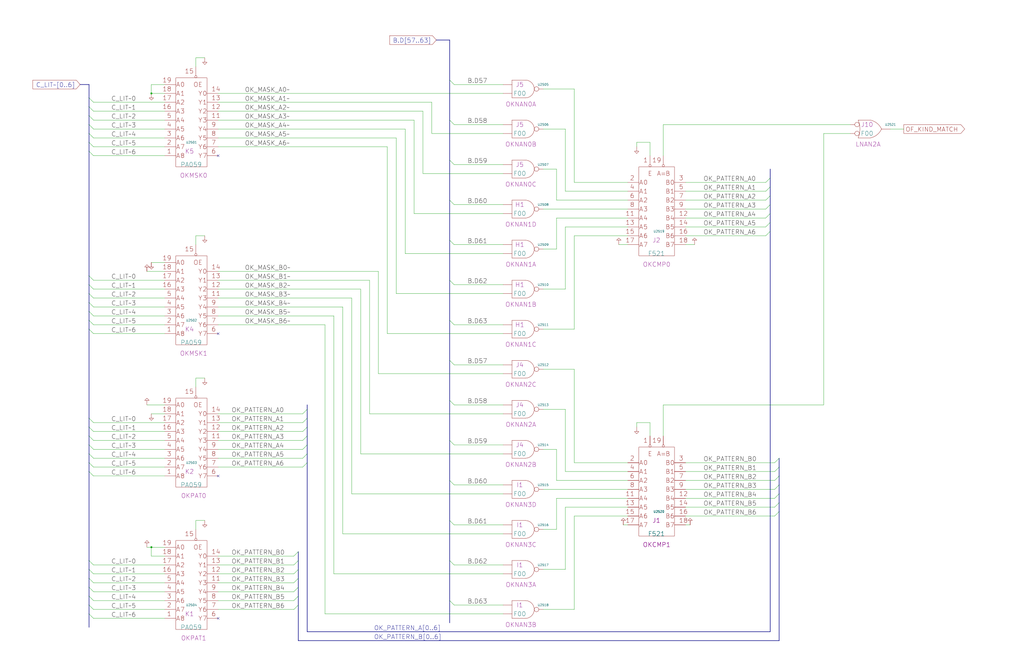
<source format=kicad_sch>
(kicad_sch (version 20211123) (generator eeschema)
  (paper "User" 584.2 378.46)
  (title_block (title "OF KIND CONDITION LOGIC") (date "15-MAR-90") (rev "1.0") (comment 1 "TYPE") (comment 2 "232-003062") (comment 3 "S400") (comment 4 "RELEASED"))
  (lib_symbols
    (symbol "r1000:F00" (pin_numbers hide) (pin_names hide)
      (property "Reference" "U" (at 15.24 0 0))
      (property "Value" "F00" (at 1.905 -5.08 0))
      (property "Location" "___" (at 1.905 0 0))
      (property "Name" "______" (at 2.54 -12.7 0))
      (symbol "F00_0_1"
        (polyline (pts (xy -2.54 -7.62) (xy 5.08 -7.62)) (stroke (width 0.1524)))
        (polyline (pts (xy -2.54 2.54) (xy -2.54 -7.62)) (stroke (width 0.1524)))
        (polyline (pts (xy -2.54 2.54) (xy 5.08 2.54)) (stroke (width 0.1524)))
        (arc (start 5.08 -7.62) (mid 10.1282 -2.54) (end 5.08 2.54) (stroke (width 0.1524)))
        (circle (center 11.43 -2.54) (radius 1.27) (stroke (width 0.1524)))
      )
      (symbol "F00_0_2"
        (circle (center -3.81 -5.08) (radius 1.27) (stroke (width 0.1524)))
        (circle (center -3.81 0) (radius 1.27) (stroke (width 0.1524)))
        (arc (start -3.175 -7.62) (mid -2.134 -2.54) (end -3.175 2.54) (stroke (width 0.1524)))
        (polyline (pts (xy -3.175 -7.62) (xy 3.81 -7.62)) (stroke (width 0.1524)))
        (polyline (pts (xy -3.175 2.54) (xy 3.81 2.54)) (stroke (width 0.1524)))
        (arc (start 3.81 -7.62) (mid 7.5855 -5.8306) (end 10.16 -2.54) (stroke (width 0.1524)))
        (arc (start 10.16 -2.54) (mid 7.5827 0.7471) (end 3.81 2.54) (stroke (width 0.1524)))
      )
      (symbol "F00_1_1"
        (pin input line (at -7.62 0 0) (length 5.08) (name "D0") (number "1"))
        (pin input line (at -7.62 -5.08 0) (length 5.08) (name "D1") (number "2"))
        (pin output line (at 15.24 -2.54 180) (length 2.54) (name "Q") (number "3"))
      )
      (symbol "F00_1_2"
        (pin input line (at -7.62 0 0) (length 2.54) (name "D0") (number "1"))
        (pin input line (at -7.62 -5.08 0) (length 2.54) (name "D1") (number "2"))
        (pin output line (at 15.24 -2.54 180) (length 5.08) (name "Q") (number "3"))
      )
    )
    (symbol "r1000:F521" (pin_numbers hide) (pin_names (offset 1.016) hide)
      (property "Reference" "U" (at 2.54 5.08 0))
      (property "Value" "F521" (at -3.81 -7.62 0))
      (property "Location" "___" (at -1.27 0 0))
      (property "Name" "______" (at 1.27 -15.24 0))
      (symbol "F521_1_1"
        (rectangle (start -8.89 41.91) (end 11.43 -8.89))
        (circle (center -2.54 42.545) (radius 0.635))
        (circle (center 5.08 42.545) (radius 0.635))
        (text "0" (at -5.08 33.02 0) (effects (font (size 2.54 2.54))))
        (text "0" (at 10.16 33.02 0) (effects (font (size 2.54 2.54))))
        (text "1" (at -15.24 0 0) (effects (font (size 2.54 2.54))))
        (text "1" (at -15.24 5.08 0) (effects (font (size 2.54 2.54))))
        (text "1" (at -15.24 10.16 0) (effects (font (size 2.54 2.54))))
        (text "1" (at -15.24 15.24 0) (effects (font (size 2.54 2.54))))
        (text "1" (at -12.7 15.24 0) (effects (font (size 2.54 2.54))))
        (text "1" (at -5.08 27.94 0) (effects (font (size 2.54 2.54))))
        (text "1" (at -5.08 45.72 0) (effects (font (size 2.54 2.54))))
        (text "1" (at 0 45.72 0) (effects (font (size 2.54 2.54))))
        (text "1" (at 10.16 27.94 0) (effects (font (size 2.54 2.54))))
        (text "1" (at 15.24 0 0) (effects (font (size 2.54 2.54))))
        (text "1" (at 15.24 5.08 0) (effects (font (size 2.54 2.54))))
        (text "1" (at 15.24 10.16 0) (effects (font (size 2.54 2.54))))
        (text "1" (at 15.24 15.24 0) (effects (font (size 2.54 2.54))))
        (text "2" (at -12.7 35.56 0) (effects (font (size 2.54 2.54))))
        (text "2" (at -5.08 22.86 0) (effects (font (size 2.54 2.54))))
        (text "2" (at 10.16 22.86 0) (effects (font (size 2.54 2.54))))
        (text "2" (at 17.78 15.24 0) (effects (font (size 2.54 2.54))))
        (text "3" (at -12.7 10.16 0) (effects (font (size 2.54 2.54))))
        (text "3" (at -5.08 17.78 0) (effects (font (size 2.54 2.54))))
        (text "3" (at 10.16 17.78 0) (effects (font (size 2.54 2.54))))
        (text "3" (at 15.24 35.56 0) (effects (font (size 2.54 2.54))))
        (text "4" (at -12.7 30.48 0) (effects (font (size 2.54 2.54))))
        (text "4" (at -5.08 12.7 0) (effects (font (size 2.54 2.54))))
        (text "4" (at 10.16 12.7 0) (effects (font (size 2.54 2.54))))
        (text "4" (at 17.78 10.16 0) (effects (font (size 2.54 2.54))))
        (text "5" (at -12.7 5.08 0) (effects (font (size 2.54 2.54))))
        (text "5" (at -5.08 7.62 0) (effects (font (size 2.54 2.54))))
        (text "5" (at 10.16 7.62 0) (effects (font (size 2.54 2.54))))
        (text "5" (at 15.24 30.48 0) (effects (font (size 2.54 2.54))))
        (text "6" (at -12.7 25.4 0) (effects (font (size 2.54 2.54))))
        (text "6" (at -5.08 2.54 0) (effects (font (size 2.54 2.54))))
        (text "6" (at 10.16 2.54 0) (effects (font (size 2.54 2.54))))
        (text "6" (at 17.78 5.08 0) (effects (font (size 2.54 2.54))))
        (text "7" (at -12.7 0 0) (effects (font (size 2.54 2.54))))
        (text "7" (at -5.08 -2.54 0) (effects (font (size 2.54 2.54))))
        (text "7" (at 10.16 -2.54 0) (effects (font (size 2.54 2.54))))
        (text "7" (at 15.24 25.4 0) (effects (font (size 2.54 2.54))))
        (text "8" (at -12.7 20.32 0) (effects (font (size 2.54 2.54))))
        (text "8" (at 17.78 0 0) (effects (font (size 2.54 2.54))))
        (text "9" (at 2.54 45.72 0) (effects (font (size 2.54 2.54))))
        (text "9" (at 15.24 20.32 0) (effects (font (size 2.54 2.54))))
        (text "=" (at 5.08 38.1 0) (effects (font (size 2.54 2.54))))
        (text "A" (at -7.62 -2.54 0) (effects (font (size 2.54 2.54))))
        (text "A" (at -7.62 2.54 0) (effects (font (size 2.54 2.54))))
        (text "A" (at -7.62 7.62 0) (effects (font (size 2.54 2.54))))
        (text "A" (at -7.62 12.7 0) (effects (font (size 2.54 2.54))))
        (text "A" (at -7.62 17.78 0) (effects (font (size 2.54 2.54))))
        (text "A" (at -7.62 22.86 0) (effects (font (size 2.54 2.54))))
        (text "A" (at -7.62 27.94 0) (effects (font (size 2.54 2.54))))
        (text "A" (at -7.62 33.02 0) (effects (font (size 2.54 2.54))))
        (text "A" (at 2.54 38.1 0) (effects (font (size 2.54 2.54))))
        (text "B" (at 7.62 -2.54 0) (effects (font (size 2.54 2.54))))
        (text "B" (at 7.62 2.54 0) (effects (font (size 2.54 2.54))))
        (text "B" (at 7.62 7.62 0) (effects (font (size 2.54 2.54))))
        (text "B" (at 7.62 12.7 0) (effects (font (size 2.54 2.54))))
        (text "B" (at 7.62 17.78 0) (effects (font (size 2.54 2.54))))
        (text "B" (at 7.62 22.86 0) (effects (font (size 2.54 2.54))))
        (text "B" (at 7.62 27.94 0) (effects (font (size 2.54 2.54))))
        (text "B" (at 7.62 33.02 0) (effects (font (size 2.54 2.54))))
        (text "B" (at 7.62 38.1 0) (effects (font (size 2.54 2.54))))
        (text "E" (at -2.54 38.1 0) (effects (font (size 2.54 2.54))))
        (pin input line (at -2.54 48.26 270) (length 5.08) (name "E_") (number "1"))
        (pin input line (at -15.24 12.7 0) (length 6.35) (name "A4") (number "11"))
        (pin input line (at 17.78 12.7 180) (length 6.35) (name "B4") (number "12"))
        (pin input line (at -15.24 7.62 0) (length 6.35) (name "A5") (number "13"))
        (pin input line (at 17.78 7.62 180) (length 6.35) (name "B5") (number "14"))
        (pin input line (at -15.24 2.54 0) (length 6.35) (name "A6") (number "15"))
        (pin input line (at 17.78 2.54 180) (length 6.35) (name "B6") (number "16"))
        (pin input line (at -15.24 -2.54 0) (length 6.35) (name "A7") (number "17"))
        (pin input line (at 17.78 -2.54 180) (length 6.35) (name "B7") (number "18"))
        (pin output line (at 5.08 48.26 270) (length 5.08) (name "A=B_") (number "19"))
        (pin input line (at -15.24 33.02 0) (length 6.35) (name "A0") (number "2"))
        (pin input line (at 17.78 33.02 180) (length 6.35) (name "B0") (number "3"))
        (pin input line (at -15.24 27.94 0) (length 6.35) (name "A1") (number "4"))
        (pin input line (at 17.78 27.94 180) (length 6.35) (name "B1") (number "5"))
        (pin input line (at -15.24 22.86 0) (length 6.35) (name "A2") (number "6"))
        (pin input line (at 17.78 22.86 180) (length 6.35) (name "B2") (number "7"))
        (pin input line (at -15.24 17.78 0) (length 6.35) (name "A3") (number "8"))
        (pin input line (at 17.78 17.78 180) (length 6.35) (name "B3") (number "9"))
      )
    )
    (symbol "r1000:PAxxx" (pin_numbers hide) (pin_names (offset 1.016) hide)
      (property "Reference" "U" (at 2.54 5.08 0))
      (property "Value" "PAxxx" (at -3.81 -7.62 0))
      (property "Location" "___" (at -1.27 0 0))
      (property "Name" "______" (at 3.81 -15.24 0))
      (symbol "PAxxx_1_1"
        (rectangle (start -6.35 41.91) (end 11.43 -8.89))
        (circle (center 5.08 42.545) (radius 0.635))
        (text "0" (at -2.54 38.1 0) (effects (font (size 2.54 2.54))))
        (text "0" (at 10.16 33.02 0) (effects (font (size 2.54 2.54))))
        (text "1" (at -12.7 25.4 0) (effects (font (size 2.54 2.54))))
        (text "1" (at -12.7 30.48 0) (effects (font (size 2.54 2.54))))
        (text "1" (at -12.7 35.56 0) (effects (font (size 2.54 2.54))))
        (text "1" (at -12.7 40.64 0) (effects (font (size 2.54 2.54))))
        (text "1" (at -10.16 0 0) (effects (font (size 2.54 2.54))))
        (text "1" (at -2.54 33.02 0) (effects (font (size 2.54 2.54))))
        (text "1" (at 0 45.72 0) (effects (font (size 2.54 2.54))))
        (text "1" (at 10.16 27.94 0) (effects (font (size 2.54 2.54))))
        (text "1" (at 15.24 20.32 0) (effects (font (size 2.54 2.54))))
        (text "1" (at 15.24 25.4 0) (effects (font (size 2.54 2.54))))
        (text "1" (at 15.24 30.48 0) (effects (font (size 2.54 2.54))))
        (text "1" (at 15.24 35.56 0) (effects (font (size 2.54 2.54))))
        (text "1" (at 17.78 20.32 0) (effects (font (size 2.54 2.54))))
        (text "2" (at -10.16 5.08 0) (effects (font (size 2.54 2.54))))
        (text "2" (at -2.54 27.94 0) (effects (font (size 2.54 2.54))))
        (text "2" (at 10.16 22.86 0) (effects (font (size 2.54 2.54))))
        (text "2" (at 17.78 25.4 0) (effects (font (size 2.54 2.54))))
        (text "3" (at -10.16 10.16 0) (effects (font (size 2.54 2.54))))
        (text "3" (at -2.54 22.86 0) (effects (font (size 2.54 2.54))))
        (text "3" (at 10.16 17.78 0) (effects (font (size 2.54 2.54))))
        (text "3" (at 17.78 30.48 0) (effects (font (size 2.54 2.54))))
        (text "4" (at -10.16 15.24 0) (effects (font (size 2.54 2.54))))
        (text "4" (at -2.54 17.78 0) (effects (font (size 2.54 2.54))))
        (text "4" (at 10.16 12.7 0) (effects (font (size 2.54 2.54))))
        (text "4" (at 17.78 35.56 0) (effects (font (size 2.54 2.54))))
        (text "5" (at -10.16 20.32 0) (effects (font (size 2.54 2.54))))
        (text "5" (at -2.54 12.7 0) (effects (font (size 2.54 2.54))))
        (text "5" (at 2.54 45.72 0) (effects (font (size 2.54 2.54))))
        (text "5" (at 10.16 7.62 0) (effects (font (size 2.54 2.54))))
        (text "6" (at -10.16 25.4 0) (effects (font (size 2.54 2.54))))
        (text "6" (at -2.54 7.62 0) (effects (font (size 2.54 2.54))))
        (text "6" (at 10.16 2.54 0) (effects (font (size 2.54 2.54))))
        (text "6" (at 15.24 0 0) (effects (font (size 2.54 2.54))))
        (text "7" (at -10.16 30.48 0) (effects (font (size 2.54 2.54))))
        (text "7" (at -2.54 2.54 0) (effects (font (size 2.54 2.54))))
        (text "7" (at 10.16 -2.54 0) (effects (font (size 2.54 2.54))))
        (text "7" (at 15.24 5.08 0) (effects (font (size 2.54 2.54))))
        (text "8" (at -10.16 35.56 0) (effects (font (size 2.54 2.54))))
        (text "8" (at -2.54 -2.54 0) (effects (font (size 2.54 2.54))))
        (text "8" (at 15.24 10.16 0) (effects (font (size 2.54 2.54))))
        (text "9" (at -10.16 40.64 0) (effects (font (size 2.54 2.54))))
        (text "9" (at 15.24 15.24 0) (effects (font (size 2.54 2.54))))
        (text "A" (at -5.08 -2.54 0) (effects (font (size 2.54 2.54))))
        (text "A" (at -5.08 2.54 0) (effects (font (size 2.54 2.54))))
        (text "A" (at -5.08 7.62 0) (effects (font (size 2.54 2.54))))
        (text "A" (at -5.08 12.7 0) (effects (font (size 2.54 2.54))))
        (text "A" (at -5.08 17.78 0) (effects (font (size 2.54 2.54))))
        (text "A" (at -5.08 22.86 0) (effects (font (size 2.54 2.54))))
        (text "A" (at -5.08 27.94 0) (effects (font (size 2.54 2.54))))
        (text "A" (at -5.08 33.02 0) (effects (font (size 2.54 2.54))))
        (text "A" (at -5.08 38.1 0) (effects (font (size 2.54 2.54))))
        (text "E" (at 7.62 38.1 0) (effects (font (size 2.54 2.54))))
        (text "O" (at 5.08 38.1 0) (effects (font (size 2.54 2.54))))
        (text "Y" (at 7.62 -2.54 0) (effects (font (size 2.54 2.54))))
        (text "Y" (at 7.62 2.54 0) (effects (font (size 2.54 2.54))))
        (text "Y" (at 7.62 7.62 0) (effects (font (size 2.54 2.54))))
        (text "Y" (at 7.62 12.7 0) (effects (font (size 2.54 2.54))))
        (text "Y" (at 7.62 17.78 0) (effects (font (size 2.54 2.54))))
        (text "Y" (at 7.62 22.86 0) (effects (font (size 2.54 2.54))))
        (text "Y" (at 7.62 27.94 0) (effects (font (size 2.54 2.54))))
        (text "Y" (at 7.62 33.02 0) (effects (font (size 2.54 2.54))))
        (pin input line (at -12.7 -2.54 0) (length 6.35) (name "A8") (number "1"))
        (pin tri_state line (at 17.78 17.78 180) (length 6.35) (name "Y3") (number "11"))
        (pin tri_state line (at 17.78 22.86 180) (length 6.35) (name "Y2") (number "12"))
        (pin tri_state line (at 17.78 27.94 180) (length 6.35) (name "Y1") (number "13"))
        (pin tri_state line (at 17.78 33.02 180) (length 6.35) (name "Y0") (number "14"))
        (pin input line (at 5.08 48.26 270) (length 5.08) (name "OE_") (number "15"))
        (pin input line (at -12.7 22.86 0) (length 6.35) (name "A3") (number "16"))
        (pin input line (at -12.7 27.94 0) (length 6.35) (name "A2") (number "17"))
        (pin input line (at -12.7 33.02 0) (length 6.35) (name "A1") (number "18"))
        (pin input line (at -12.7 38.1 0) (length 6.35) (name "A0") (number "19"))
        (pin input line (at -12.7 2.54 0) (length 6.35) (name "A7") (number "2"))
        (pin input line (at -12.7 7.62 0) (length 6.35) (name "A6") (number "3"))
        (pin input line (at -12.7 12.7 0) (length 6.35) (name "A5") (number "4"))
        (pin input line (at -12.7 17.78 0) (length 6.35) (name "A4") (number "5"))
        (pin tri_state line (at 17.78 -2.54 180) (length 6.35) (name "Y7") (number "6"))
        (pin tri_state line (at 17.78 2.54 180) (length 6.35) (name "Y6") (number "7"))
        (pin tri_state line (at 17.78 7.62 180) (length 6.35) (name "Y5") (number "8"))
        (pin tri_state line (at 17.78 12.7 180) (length 6.35) (name "Y4") (number "9"))
      )
    )
    (symbol "r1000:PD" (power) (pin_numbers hide) (pin_names hide) (in_bom no)
      (symbol "PD_0_1"
        (polyline (pts (xy 0 -2.54) (xy 1.27 -2.54) (xy 0 -3.81) (xy -1.27 -2.54) (xy 0 -2.54)) (stroke (width 0.1524)))
      )
      (symbol "PD_1_1"
        (pin power_in line (at 0 0 270) (length 2.54) (name "PD") (number "1"))
      )
    )
    (symbol "r1000:PU" (power) (pin_numbers hide) (pin_names hide)
      (symbol "PU_0_1"
        (polyline (pts (xy 0 2.54) (xy -1.27 2.54) (xy 0 3.81) (xy 1.27 2.54) (xy 0 2.54)) (stroke (width 0.1524)))
      )
      (symbol "PU_1_1"
        (pin power_in line (at 0 0 90) (length 2.54) (name "PU") (number "1"))
      )
    )
  )
  (bus (pts (xy 170.18 314.96) (xy 170.18 320.04)))
  (bus (pts (xy 170.18 320.04) (xy 170.18 325.12)))
  (bus (pts (xy 170.18 325.12) (xy 170.18 330.2)))
  (bus (pts (xy 170.18 330.2) (xy 170.18 335.28)))
  (bus (pts (xy 170.18 335.28) (xy 170.18 340.36)))
  (bus (pts (xy 170.18 340.36) (xy 170.18 345.44)))
  (bus (pts (xy 170.18 345.44) (xy 170.18 365.76)))
  (bus (pts (xy 170.18 365.76) (xy 444.5 365.76)))
  (bus (pts (xy 175.26 231.14) (xy 175.26 233.68)))
  (bus (pts (xy 175.26 233.68) (xy 175.26 238.76)))
  (bus (pts (xy 175.26 238.76) (xy 175.26 243.84)))
  (bus (pts (xy 175.26 243.84) (xy 175.26 248.92)))
  (bus (pts (xy 175.26 248.92) (xy 175.26 254)))
  (bus (pts (xy 175.26 254) (xy 175.26 259.08)))
  (bus (pts (xy 175.26 259.08) (xy 175.26 264.16)))
  (bus (pts (xy 175.26 264.16) (xy 175.26 360.68)))
  (bus (pts (xy 175.26 360.68) (xy 439.42 360.68)))
  (bus (pts (xy 248.92 22.86) (xy 256.54 22.86)))
  (bus (pts (xy 256.54 114.3) (xy 256.54 137.16)))
  (bus (pts (xy 256.54 137.16) (xy 256.54 160.02)))
  (bus (pts (xy 256.54 160.02) (xy 256.54 182.88)))
  (bus (pts (xy 256.54 182.88) (xy 256.54 205.74)))
  (bus (pts (xy 256.54 205.74) (xy 256.54 228.6)))
  (bus (pts (xy 256.54 22.86) (xy 256.54 45.72)))
  (bus (pts (xy 256.54 228.6) (xy 256.54 251.46)))
  (bus (pts (xy 256.54 251.46) (xy 256.54 274.32)))
  (bus (pts (xy 256.54 274.32) (xy 256.54 297.18)))
  (bus (pts (xy 256.54 297.18) (xy 256.54 320.04)))
  (bus (pts (xy 256.54 320.04) (xy 256.54 342.9)))
  (bus (pts (xy 256.54 342.9) (xy 256.54 355.6)))
  (bus (pts (xy 256.54 45.72) (xy 256.54 68.58)))
  (bus (pts (xy 256.54 68.58) (xy 256.54 91.44)))
  (bus (pts (xy 256.54 91.44) (xy 256.54 114.3)))
  (bus (pts (xy 439.42 101.6) (xy 439.42 106.68)))
  (bus (pts (xy 439.42 106.68) (xy 439.42 111.76)))
  (bus (pts (xy 439.42 111.76) (xy 439.42 116.84)))
  (bus (pts (xy 439.42 116.84) (xy 439.42 121.92)))
  (bus (pts (xy 439.42 121.92) (xy 439.42 127)))
  (bus (pts (xy 439.42 127) (xy 439.42 132.08)))
  (bus (pts (xy 439.42 132.08) (xy 439.42 360.68)))
  (bus (pts (xy 439.42 96.52) (xy 439.42 101.6)))
  (bus (pts (xy 444.5 261.62) (xy 444.5 266.7)))
  (bus (pts (xy 444.5 266.7) (xy 444.5 271.78)))
  (bus (pts (xy 444.5 271.78) (xy 444.5 276.86)))
  (bus (pts (xy 444.5 276.86) (xy 444.5 281.94)))
  (bus (pts (xy 444.5 281.94) (xy 444.5 287.02)))
  (bus (pts (xy 444.5 287.02) (xy 444.5 292.1)))
  (bus (pts (xy 444.5 292.1) (xy 444.5 365.76)))
  (bus (pts (xy 45.72 48.26) (xy 50.8 48.26)))
  (bus (pts (xy 50.8 157.48) (xy 50.8 162.56)))
  (bus (pts (xy 50.8 162.56) (xy 50.8 167.64)))
  (bus (pts (xy 50.8 167.64) (xy 50.8 172.72)))
  (bus (pts (xy 50.8 172.72) (xy 50.8 177.8)))
  (bus (pts (xy 50.8 177.8) (xy 50.8 182.88)))
  (bus (pts (xy 50.8 182.88) (xy 50.8 187.96)))
  (bus (pts (xy 50.8 187.96) (xy 50.8 238.76)))
  (bus (pts (xy 50.8 238.76) (xy 50.8 243.84)))
  (bus (pts (xy 50.8 243.84) (xy 50.8 248.92)))
  (bus (pts (xy 50.8 248.92) (xy 50.8 254)))
  (bus (pts (xy 50.8 254) (xy 50.8 259.08)))
  (bus (pts (xy 50.8 259.08) (xy 50.8 264.16)))
  (bus (pts (xy 50.8 264.16) (xy 50.8 269.24)))
  (bus (pts (xy 50.8 269.24) (xy 50.8 320.04)))
  (bus (pts (xy 50.8 320.04) (xy 50.8 325.12)))
  (bus (pts (xy 50.8 325.12) (xy 50.8 330.2)))
  (bus (pts (xy 50.8 330.2) (xy 50.8 335.28)))
  (bus (pts (xy 50.8 335.28) (xy 50.8 340.36)))
  (bus (pts (xy 50.8 340.36) (xy 50.8 345.44)))
  (bus (pts (xy 50.8 345.44) (xy 50.8 350.52)))
  (bus (pts (xy 50.8 350.52) (xy 50.8 358.14)))
  (bus (pts (xy 50.8 48.26) (xy 50.8 55.88)))
  (bus (pts (xy 50.8 55.88) (xy 50.8 60.96)))
  (bus (pts (xy 50.8 60.96) (xy 50.8 66.04)))
  (bus (pts (xy 50.8 66.04) (xy 50.8 71.12)))
  (bus (pts (xy 50.8 71.12) (xy 50.8 76.2)))
  (bus (pts (xy 50.8 76.2) (xy 50.8 81.28)))
  (bus (pts (xy 50.8 81.28) (xy 50.8 86.36)))
  (bus (pts (xy 50.8 86.36) (xy 50.8 157.48)))
  (wire (pts (xy 111.76 134.62) (xy 111.76 139.7)))
  (wire (pts (xy 111.76 215.9) (xy 111.76 220.98)))
  (wire (pts (xy 111.76 297.18) (xy 111.76 302.26)))
  (wire (pts (xy 111.76 33.02) (xy 111.76 38.1)))
  (wire (pts (xy 116.84 134.62) (xy 111.76 134.62)))
  (wire (pts (xy 116.84 215.9) (xy 111.76 215.9)))
  (wire (pts (xy 116.84 297.18) (xy 111.76 297.18)))
  (wire (pts (xy 116.84 33.02) (xy 111.76 33.02)))
  (wire (pts (xy 124.46 154.94) (xy 215.9 154.94)))
  (wire (pts (xy 124.46 165.1) (xy 205.74 165.1)))
  (wire (pts (xy 124.46 175.26) (xy 195.58 175.26)))
  (wire (pts (xy 124.46 185.42) (xy 185.42 185.42)))
  (wire (pts (xy 124.46 236.22) (xy 172.72 236.22)))
  (wire (pts (xy 124.46 241.3) (xy 172.72 241.3)))
  (wire (pts (xy 124.46 246.38) (xy 172.72 246.38)))
  (wire (pts (xy 124.46 251.46) (xy 172.72 251.46)))
  (wire (pts (xy 124.46 256.54) (xy 172.72 256.54)))
  (wire (pts (xy 124.46 261.62) (xy 172.72 261.62)))
  (wire (pts (xy 124.46 266.7) (xy 172.72 266.7)))
  (wire (pts (xy 124.46 317.5) (xy 167.64 317.5)))
  (wire (pts (xy 124.46 322.58) (xy 167.64 322.58)))
  (wire (pts (xy 124.46 327.66) (xy 167.64 327.66)))
  (wire (pts (xy 124.46 332.74) (xy 167.64 332.74)))
  (wire (pts (xy 124.46 337.82) (xy 167.64 337.82)))
  (wire (pts (xy 124.46 342.9) (xy 167.64 342.9)))
  (wire (pts (xy 124.46 347.98) (xy 167.64 347.98)))
  (wire (pts (xy 124.46 53.34) (xy 287.02 53.34)))
  (wire (pts (xy 124.46 58.42) (xy 246.38 58.42)))
  (wire (pts (xy 124.46 68.58) (xy 236.22 68.58)))
  (wire (pts (xy 124.46 78.74) (xy 226.06 78.74)))
  (wire (pts (xy 185.42 185.42) (xy 185.42 350.52)))
  (wire (pts (xy 185.42 350.52) (xy 287.02 350.52)))
  (wire (pts (xy 190.5 180.34) (xy 124.46 180.34)))
  (wire (pts (xy 190.5 327.66) (xy 190.5 180.34)))
  (wire (pts (xy 195.58 175.26) (xy 195.58 304.8)))
  (wire (pts (xy 195.58 304.8) (xy 287.02 304.8)))
  (wire (pts (xy 200.66 170.18) (xy 124.46 170.18)))
  (wire (pts (xy 200.66 281.94) (xy 200.66 170.18)))
  (wire (pts (xy 205.74 165.1) (xy 205.74 259.08)))
  (wire (pts (xy 205.74 259.08) (xy 287.02 259.08)))
  (wire (pts (xy 210.82 160.02) (xy 124.46 160.02)))
  (wire (pts (xy 210.82 236.22) (xy 210.82 160.02)))
  (wire (pts (xy 215.9 154.94) (xy 215.9 213.36)))
  (wire (pts (xy 215.9 213.36) (xy 287.02 213.36)))
  (wire (pts (xy 220.98 190.5) (xy 220.98 83.82)))
  (wire (pts (xy 220.98 83.82) (xy 124.46 83.82)))
  (wire (pts (xy 226.06 167.64) (xy 287.02 167.64)))
  (wire (pts (xy 226.06 78.74) (xy 226.06 167.64)))
  (wire (pts (xy 231.14 144.78) (xy 231.14 73.66)))
  (wire (pts (xy 231.14 73.66) (xy 124.46 73.66)))
  (wire (pts (xy 236.22 121.92) (xy 287.02 121.92)))
  (wire (pts (xy 236.22 68.58) (xy 236.22 121.92)))
  (wire (pts (xy 241.3 63.5) (xy 124.46 63.5)))
  (wire (pts (xy 241.3 99.06) (xy 241.3 63.5)))
  (wire (pts (xy 246.38 58.42) (xy 246.38 76.2)))
  (wire (pts (xy 246.38 76.2) (xy 287.02 76.2)))
  (wire (pts (xy 259.08 116.84) (xy 287.02 116.84)))
  (wire (pts (xy 259.08 139.7) (xy 287.02 139.7)))
  (wire (pts (xy 259.08 162.56) (xy 287.02 162.56)))
  (wire (pts (xy 259.08 185.42) (xy 287.02 185.42)))
  (wire (pts (xy 259.08 208.28) (xy 287.02 208.28)))
  (wire (pts (xy 259.08 231.14) (xy 287.02 231.14)))
  (wire (pts (xy 259.08 254) (xy 287.02 254)))
  (wire (pts (xy 259.08 276.86) (xy 287.02 276.86)))
  (wire (pts (xy 259.08 299.72) (xy 287.02 299.72)))
  (wire (pts (xy 259.08 322.58) (xy 287.02 322.58)))
  (wire (pts (xy 259.08 345.44) (xy 287.02 345.44)))
  (wire (pts (xy 259.08 48.26) (xy 287.02 48.26)))
  (wire (pts (xy 259.08 71.12) (xy 287.02 71.12)))
  (wire (pts (xy 259.08 93.98) (xy 287.02 93.98)))
  (wire (pts (xy 287.02 144.78) (xy 231.14 144.78)))
  (wire (pts (xy 287.02 190.5) (xy 220.98 190.5)))
  (wire (pts (xy 287.02 236.22) (xy 210.82 236.22)))
  (wire (pts (xy 287.02 281.94) (xy 200.66 281.94)))
  (wire (pts (xy 287.02 327.66) (xy 190.5 327.66)))
  (wire (pts (xy 287.02 99.06) (xy 241.3 99.06)))
  (wire (pts (xy 309.88 119.38) (xy 358.14 119.38)))
  (wire (pts (xy 309.88 142.24) (xy 317.5 142.24)))
  (wire (pts (xy 309.88 187.96) (xy 327.66 187.96)))
  (wire (pts (xy 309.88 210.82) (xy 327.66 210.82)))
  (wire (pts (xy 309.88 256.54) (xy 317.5 256.54)))
  (wire (pts (xy 309.88 279.4) (xy 358.14 279.4)))
  (wire (pts (xy 309.88 302.26) (xy 317.5 302.26)))
  (wire (pts (xy 309.88 347.98) (xy 327.66 347.98)))
  (wire (pts (xy 309.88 50.8) (xy 327.66 50.8)))
  (wire (pts (xy 309.88 96.52) (xy 317.5 96.52)))
  (wire (pts (xy 317.5 114.3) (xy 358.14 114.3)))
  (wire (pts (xy 317.5 124.46) (xy 358.14 124.46)))
  (wire (pts (xy 317.5 142.24) (xy 317.5 124.46)))
  (wire (pts (xy 317.5 256.54) (xy 317.5 274.32)))
  (wire (pts (xy 317.5 274.32) (xy 358.14 274.32)))
  (wire (pts (xy 317.5 284.48) (xy 358.14 284.48)))
  (wire (pts (xy 317.5 302.26) (xy 317.5 284.48)))
  (wire (pts (xy 317.5 96.52) (xy 317.5 114.3)))
  (wire (pts (xy 322.58 109.22) (xy 322.58 73.66)))
  (wire (pts (xy 322.58 129.54) (xy 322.58 165.1)))
  (wire (pts (xy 322.58 165.1) (xy 309.88 165.1)))
  (wire (pts (xy 322.58 233.68) (xy 309.88 233.68)))
  (wire (pts (xy 322.58 269.24) (xy 322.58 233.68)))
  (wire (pts (xy 322.58 289.56) (xy 322.58 325.12)))
  (wire (pts (xy 322.58 325.12) (xy 309.88 325.12)))
  (wire (pts (xy 322.58 73.66) (xy 309.88 73.66)))
  (wire (pts (xy 327.66 104.14) (xy 358.14 104.14)))
  (wire (pts (xy 327.66 134.62) (xy 358.14 134.62)))
  (wire (pts (xy 327.66 187.96) (xy 327.66 134.62)))
  (wire (pts (xy 327.66 210.82) (xy 327.66 264.16)))
  (wire (pts (xy 327.66 264.16) (xy 358.14 264.16)))
  (wire (pts (xy 327.66 294.64) (xy 358.14 294.64)))
  (wire (pts (xy 327.66 347.98) (xy 327.66 294.64)))
  (wire (pts (xy 327.66 50.8) (xy 327.66 104.14)))
  (wire (pts (xy 353.06 139.7) (xy 358.14 139.7)))
  (wire (pts (xy 355.6 299.72) (xy 358.14 299.72)))
  (wire (pts (xy 358.14 109.22) (xy 322.58 109.22)))
  (wire (pts (xy 358.14 129.54) (xy 322.58 129.54)))
  (wire (pts (xy 358.14 269.24) (xy 322.58 269.24)))
  (wire (pts (xy 358.14 289.56) (xy 322.58 289.56)))
  (wire (pts (xy 363.22 241.3) (xy 363.22 243.84)))
  (wire (pts (xy 363.22 81.28) (xy 363.22 83.82)))
  (wire (pts (xy 370.84 241.3) (xy 363.22 241.3)))
  (wire (pts (xy 370.84 248.92) (xy 370.84 241.3)))
  (wire (pts (xy 370.84 81.28) (xy 363.22 81.28)))
  (wire (pts (xy 370.84 88.9) (xy 370.84 81.28)))
  (wire (pts (xy 378.46 231.14) (xy 469.9 231.14)))
  (wire (pts (xy 378.46 248.92) (xy 378.46 231.14)))
  (wire (pts (xy 378.46 71.12) (xy 485.14 71.12)))
  (wire (pts (xy 378.46 88.9) (xy 378.46 71.12)))
  (wire (pts (xy 391.16 104.14) (xy 436.88 104.14)))
  (wire (pts (xy 391.16 109.22) (xy 436.88 109.22)))
  (wire (pts (xy 391.16 114.3) (xy 436.88 114.3)))
  (wire (pts (xy 391.16 119.38) (xy 436.88 119.38)))
  (wire (pts (xy 391.16 124.46) (xy 436.88 124.46)))
  (wire (pts (xy 391.16 129.54) (xy 436.88 129.54)))
  (wire (pts (xy 391.16 134.62) (xy 436.88 134.62)))
  (wire (pts (xy 391.16 139.7) (xy 396.24 139.7)))
  (wire (pts (xy 391.16 264.16) (xy 441.96 264.16)))
  (wire (pts (xy 391.16 269.24) (xy 441.96 269.24)))
  (wire (pts (xy 391.16 274.32) (xy 441.96 274.32)))
  (wire (pts (xy 391.16 279.4) (xy 441.96 279.4)))
  (wire (pts (xy 391.16 284.48) (xy 441.96 284.48)))
  (wire (pts (xy 391.16 289.56) (xy 441.96 289.56)))
  (wire (pts (xy 391.16 294.64) (xy 441.96 294.64)))
  (wire (pts (xy 391.16 299.72) (xy 393.7 299.72)))
  (wire (pts (xy 469.9 231.14) (xy 469.9 76.2)))
  (wire (pts (xy 469.9 76.2) (xy 485.14 76.2)))
  (wire (pts (xy 508 73.66) (xy 515.62 73.66)))
  (wire (pts (xy 53.34 160.02) (xy 93.98 160.02)))
  (wire (pts (xy 53.34 165.1) (xy 93.98 165.1)))
  (wire (pts (xy 53.34 170.18) (xy 93.98 170.18)))
  (wire (pts (xy 53.34 175.26) (xy 93.98 175.26)))
  (wire (pts (xy 53.34 180.34) (xy 93.98 180.34)))
  (wire (pts (xy 53.34 185.42) (xy 93.98 185.42)))
  (wire (pts (xy 53.34 190.5) (xy 93.98 190.5)))
  (wire (pts (xy 53.34 241.3) (xy 93.98 241.3)))
  (wire (pts (xy 53.34 246.38) (xy 93.98 246.38)))
  (wire (pts (xy 53.34 251.46) (xy 93.98 251.46)))
  (wire (pts (xy 53.34 256.54) (xy 93.98 256.54)))
  (wire (pts (xy 53.34 261.62) (xy 93.98 261.62)))
  (wire (pts (xy 53.34 266.7) (xy 93.98 266.7)))
  (wire (pts (xy 53.34 271.78) (xy 93.98 271.78)))
  (wire (pts (xy 53.34 322.58) (xy 93.98 322.58)))
  (wire (pts (xy 53.34 327.66) (xy 93.98 327.66)))
  (wire (pts (xy 53.34 332.74) (xy 93.98 332.74)))
  (wire (pts (xy 53.34 337.82) (xy 93.98 337.82)))
  (wire (pts (xy 53.34 342.9) (xy 93.98 342.9)))
  (wire (pts (xy 53.34 347.98) (xy 93.98 347.98)))
  (wire (pts (xy 53.34 353.06) (xy 93.98 353.06)))
  (wire (pts (xy 53.34 58.42) (xy 93.98 58.42)))
  (wire (pts (xy 53.34 63.5) (xy 93.98 63.5)))
  (wire (pts (xy 53.34 68.58) (xy 93.98 68.58)))
  (wire (pts (xy 53.34 73.66) (xy 93.98 73.66)))
  (wire (pts (xy 53.34 78.74) (xy 93.98 78.74)))
  (wire (pts (xy 53.34 83.82) (xy 93.98 83.82)))
  (wire (pts (xy 53.34 88.9) (xy 93.98 88.9)))
  (wire (pts (xy 83.82 154.94) (xy 93.98 154.94)))
  (wire (pts (xy 83.82 231.14) (xy 93.98 231.14)))
  (wire (pts (xy 83.82 312.42) (xy 86.36 312.42)))
  (wire (pts (xy 86.36 149.86) (xy 93.98 149.86)))
  (wire (pts (xy 86.36 236.22) (xy 93.98 236.22)))
  (wire (pts (xy 86.36 312.42) (xy 93.98 312.42)))
  (wire (pts (xy 86.36 317.5) (xy 86.36 312.42)))
  (wire (pts (xy 86.36 48.26) (xy 86.36 53.34)))
  (wire (pts (xy 86.36 53.34) (xy 93.98 53.34)))
  (wire (pts (xy 93.98 317.5) (xy 86.36 317.5)))
  (wire (pts (xy 93.98 48.26) (xy 86.36 48.26)))
  (global_label "C_LIT~[0..6]" (shape input) (at 45.72 48.26 180) (effects (font (size 2.54 2.54))) (property "Intersheet References" "${INTERSHEET_REFS}" (at 18.7597 48.1013 0) (effects (font (size 2.54 2.54)) (justify right))))
  (bus_entry (at 50.8 55.88) (size 2.54 2.54))
  (bus_entry (at 50.8 60.96) (size 2.54 2.54))
  (bus_entry (at 50.8 66.04) (size 2.54 2.54))
  (bus_entry (at 50.8 71.12) (size 2.54 2.54))
  (bus_entry (at 50.8 76.2) (size 2.54 2.54))
  (bus_entry (at 50.8 81.28) (size 2.54 2.54))
  (bus_entry (at 50.8 86.36) (size 2.54 2.54))
  (bus_entry (at 50.8 157.48) (size 2.54 2.54))
  (bus_entry (at 50.8 162.56) (size 2.54 2.54))
  (bus_entry (at 50.8 167.64) (size 2.54 2.54))
  (bus_entry (at 50.8 172.72) (size 2.54 2.54))
  (bus_entry (at 50.8 177.8) (size 2.54 2.54))
  (bus_entry (at 50.8 182.88) (size 2.54 2.54))
  (bus_entry (at 50.8 187.96) (size 2.54 2.54))
  (bus_entry (at 50.8 238.76) (size 2.54 2.54))
  (bus_entry (at 50.8 243.84) (size 2.54 2.54))
  (bus_entry (at 50.8 248.92) (size 2.54 2.54))
  (bus_entry (at 50.8 254) (size 2.54 2.54))
  (bus_entry (at 50.8 259.08) (size 2.54 2.54))
  (bus_entry (at 50.8 264.16) (size 2.54 2.54))
  (bus_entry (at 50.8 269.24) (size 2.54 2.54))
  (bus_entry (at 50.8 320.04) (size 2.54 2.54))
  (bus_entry (at 50.8 325.12) (size 2.54 2.54))
  (bus_entry (at 50.8 330.2) (size 2.54 2.54))
  (bus_entry (at 50.8 335.28) (size 2.54 2.54))
  (bus_entry (at 50.8 340.36) (size 2.54 2.54))
  (bus_entry (at 50.8 345.44) (size 2.54 2.54))
  (bus_entry (at 50.8 350.52) (size 2.54 2.54))
  (label "C_LIT~0" (at 63.5 58.42 0) (effects (font (size 2.54 2.54))))
  (label "C_LIT~1" (at 63.5 63.5 0) (effects (font (size 2.54 2.54))))
  (label "C_LIT~2" (at 63.5 68.58 0) (effects (font (size 2.54 2.54))))
  (label "C_LIT~3" (at 63.5 73.66 0) (effects (font (size 2.54 2.54))))
  (label "C_LIT~4" (at 63.5 78.74 0) (effects (font (size 2.54 2.54))))
  (label "C_LIT~5" (at 63.5 83.82 0) (effects (font (size 2.54 2.54))))
  (label "C_LIT~6" (at 63.5 88.9 0) (effects (font (size 2.54 2.54))))
  (label "C_LIT~0" (at 63.5 160.02 0) (effects (font (size 2.54 2.54))))
  (label "C_LIT~1" (at 63.5 165.1 0) (effects (font (size 2.54 2.54))))
  (label "C_LIT~2" (at 63.5 170.18 0) (effects (font (size 2.54 2.54))))
  (label "C_LIT~3" (at 63.5 175.26 0) (effects (font (size 2.54 2.54))))
  (label "C_LIT~4" (at 63.5 180.34 0) (effects (font (size 2.54 2.54))))
  (label "C_LIT~5" (at 63.5 185.42 0) (effects (font (size 2.54 2.54))))
  (label "C_LIT~6" (at 63.5 190.5 0) (effects (font (size 2.54 2.54))))
  (label "C_LIT~0" (at 63.5 241.3 0) (effects (font (size 2.54 2.54))))
  (label "C_LIT~1" (at 63.5 246.38 0) (effects (font (size 2.54 2.54))))
  (label "C_LIT~2" (at 63.5 251.46 0) (effects (font (size 2.54 2.54))))
  (label "C_LIT~3" (at 63.5 256.54 0) (effects (font (size 2.54 2.54))))
  (label "C_LIT~4" (at 63.5 261.62 0) (effects (font (size 2.54 2.54))))
  (label "C_LIT~5" (at 63.5 266.7 0) (effects (font (size 2.54 2.54))))
  (label "C_LIT~6" (at 63.5 271.78 0) (effects (font (size 2.54 2.54))))
  (label "C_LIT~0" (at 63.5 322.58 0) (effects (font (size 2.54 2.54))))
  (label "C_LIT~1" (at 63.5 327.66 0) (effects (font (size 2.54 2.54))))
  (label "C_LIT~2" (at 63.5 332.74 0) (effects (font (size 2.54 2.54))))
  (label "C_LIT~3" (at 63.5 337.82 0) (effects (font (size 2.54 2.54))))
  (label "C_LIT~4" (at 63.5 342.9 0) (effects (font (size 2.54 2.54))))
  (label "C_LIT~5" (at 63.5 347.98 0) (effects (font (size 2.54 2.54))))
  (label "C_LIT~6" (at 63.5 353.06 0) (effects (font (size 2.54 2.54))))
  (symbol (lib_id "r1000:PU") (at 83.82 154.94 0) (unit 1)
    (property "Reference" "#PWR02501" (effects hide))
    (property "Value" "PU" (effects hide))
  )
  (symbol (lib_id "r1000:PU") (at 83.82 231.14 0) (unit 1)
    (property "Reference" "#PWR02502" (effects hide))
    (property "Value" "PU" (effects hide))
  )
  (symbol (lib_id "r1000:PU") (at 83.82 312.42 0) (unit 1)
    (property "Reference" "#PWR02503" (effects hide))
    (property "Value" "PU" (effects hide))
  )
  (junction (at 86.36 53.34))
  (symbol (lib_id "r1000:PD") (at 86.36 53.34 0) (unit 1) (in_bom no)
    (property "Reference" "#PWR02504" (effects hide))
    (property "Value" "PD" (effects hide))
  )
  (symbol (lib_id "r1000:PD") (at 86.36 149.86 0) (unit 1) (in_bom no)
    (property "Reference" "#PWR02505" (effects hide))
    (property "Value" "PD" (effects hide))
  )
  (symbol (lib_id "r1000:PD") (at 86.36 236.22 0) (unit 1) (in_bom no)
    (property "Reference" "#PWR02506" (effects hide))
    (property "Value" "PD" (effects hide))
  )
  (junction (at 86.36 312.42))
  (symbol (lib_id "r1000:PAxxx") (at 106.68 86.36 0) (unit 1)
    (property "Reference" "U2501" (at 109.22 81.28 0))
    (property "Value" "PA059" (at 102.87 93.98 0) (effects (font (size 2.54 2.54)) (justify left)))
    (property "Location" "K5" (at 105.41 86.36 0) (effects (font (size 2.54 2.54)) (justify left)))
    (property "Name" "OKMSK0" (at 110.49 101.6 0) (effects (font (size 2.54 2.54)) (justify bottom)))
  )
  (symbol (lib_id "r1000:PAxxx") (at 106.68 187.96 0) (unit 1)
    (property "Reference" "U2502" (at 109.22 182.88 0))
    (property "Value" "PA059" (at 102.87 195.58 0) (effects (font (size 2.54 2.54)) (justify left)))
    (property "Location" "K4" (at 105.41 187.96 0) (effects (font (size 2.54 2.54)) (justify left)))
    (property "Name" "OKMSK1" (at 110.49 203.2 0) (effects (font (size 2.54 2.54)) (justify bottom)))
  )
  (symbol (lib_id "r1000:PAxxx") (at 106.68 269.24 0) (unit 1)
    (property "Reference" "U2503" (at 109.22 264.16 0))
    (property "Value" "PA059" (at 102.87 276.86 0) (effects (font (size 2.54 2.54)) (justify left)))
    (property "Location" "K2" (at 105.41 269.24 0) (effects (font (size 2.54 2.54)) (justify left)))
    (property "Name" "OKPAT0" (at 110.49 284.48 0) (effects (font (size 2.54 2.54)) (justify bottom)))
  )
  (symbol (lib_id "r1000:PAxxx") (at 106.68 350.52 0) (unit 1)
    (property "Reference" "U2504" (at 109.22 345.44 0))
    (property "Value" "PA059" (at 102.87 358.14 0) (effects (font (size 2.54 2.54)) (justify left)))
    (property "Location" "K1" (at 105.41 350.52 0) (effects (font (size 2.54 2.54)) (justify left)))
    (property "Name" "OKPAT1" (at 110.49 365.76 0) (effects (font (size 2.54 2.54)) (justify bottom)))
  )
  (symbol (lib_id "r1000:PD") (at 116.84 33.02 0) (unit 1) (in_bom no)
    (property "Reference" "#PWR0123" (effects hide))
    (property "Value" "PD" (effects hide))
  )
  (symbol (lib_id "r1000:PD") (at 116.84 134.62 0) (unit 1) (in_bom no)
    (property "Reference" "#PWR0122" (effects hide))
    (property "Value" "PD" (effects hide))
  )
  (symbol (lib_id "r1000:PD") (at 116.84 215.9 0) (unit 1) (in_bom no)
    (property "Reference" "#PWR0120" (effects hide))
    (property "Value" "PD" (effects hide))
  )
  (symbol (lib_id "r1000:PD") (at 116.84 297.18 0) (unit 1) (in_bom no)
    (property "Reference" "#PWR0121" (effects hide))
    (property "Value" "PD" (effects hide))
  )
  (no_connect (at 124.46 88.9))
  (no_connect (at 124.46 190.5))
  (no_connect (at 124.46 271.78))
  (no_connect (at 124.46 353.06))
  (label "OK_PATTERN_A0" (at 132.08 236.22 0) (effects (font (size 2.54 2.54))))
  (label "OK_PATTERN_A1" (at 132.08 241.3 0) (effects (font (size 2.54 2.54))))
  (label "OK_PATTERN_A2" (at 132.08 246.38 0) (effects (font (size 2.54 2.54))))
  (label "OK_PATTERN_A3" (at 132.08 251.46 0) (effects (font (size 2.54 2.54))))
  (label "OK_PATTERN_A4" (at 132.08 256.54 0) (effects (font (size 2.54 2.54))))
  (label "OK_PATTERN_A5" (at 132.08 261.62 0) (effects (font (size 2.54 2.54))))
  (label "OK_PATTERN_A6" (at 132.08 266.7 0) (effects (font (size 2.54 2.54))))
  (label "OK_PATTERN_B0" (at 132.08 317.5 0) (effects (font (size 2.54 2.54))))
  (label "OK_PATTERN_B1" (at 132.08 322.58 0) (effects (font (size 2.54 2.54))))
  (label "OK_PATTERN_B2" (at 132.08 327.66 0) (effects (font (size 2.54 2.54))))
  (label "OK_PATTERN_B3" (at 132.08 332.74 0) (effects (font (size 2.54 2.54))))
  (label "OK_PATTERN_B4" (at 132.08 337.82 0) (effects (font (size 2.54 2.54))))
  (label "OK_PATTERN_B5" (at 132.08 342.9 0) (effects (font (size 2.54 2.54))))
  (label "OK_PATTERN_B6" (at 132.08 347.98 0) (effects (font (size 2.54 2.54))))
  (label "OK_MASK_A0~" (at 139.7 53.34 0) (effects (font (size 2.54 2.54))))
  (label "OK_MASK_A1~" (at 139.7 58.42 0) (effects (font (size 2.54 2.54))))
  (label "OK_MASK_A2~" (at 139.7 63.5 0) (effects (font (size 2.54 2.54))))
  (label "OK_MASK_A3~" (at 139.7 68.58 0) (effects (font (size 2.54 2.54))))
  (label "OK_MASK_A4~" (at 139.7 73.66 0) (effects (font (size 2.54 2.54))))
  (label "OK_MASK_A5~" (at 139.7 78.74 0) (effects (font (size 2.54 2.54))))
  (label "OK_MASK_A6~" (at 139.7 83.82 0) (effects (font (size 2.54 2.54))))
  (label "OK_MASK_B0~" (at 139.7 154.94 0) (effects (font (size 2.54 2.54))))
  (label "OK_MASK_B1~" (at 139.7 160.02 0) (effects (font (size 2.54 2.54))))
  (label "OK_MASK_B2~" (at 139.7 165.1 0) (effects (font (size 2.54 2.54))))
  (label "OK_MASK_B3~" (at 139.7 170.18 0) (effects (font (size 2.54 2.54))))
  (label "OK_MASK_B4~" (at 139.7 175.26 0) (effects (font (size 2.54 2.54))))
  (label "OK_MASK_B5~" (at 139.7 180.34 0) (effects (font (size 2.54 2.54))))
  (label "OK_MASK_B6~" (at 139.7 185.42 0) (effects (font (size 2.54 2.54))))
  (bus_entry (at 170.18 314.96) (size -2.54 2.54))
  (bus_entry (at 170.18 320.04) (size -2.54 2.54))
  (bus_entry (at 170.18 325.12) (size -2.54 2.54))
  (bus_entry (at 170.18 330.2) (size -2.54 2.54))
  (bus_entry (at 170.18 335.28) (size -2.54 2.54))
  (bus_entry (at 170.18 340.36) (size -2.54 2.54))
  (bus_entry (at 170.18 345.44) (size -2.54 2.54))
  (bus_entry (at 175.26 233.68) (size -2.54 2.54))
  (bus_entry (at 175.26 238.76) (size -2.54 2.54))
  (bus_entry (at 175.26 243.84) (size -2.54 2.54))
  (bus_entry (at 175.26 248.92) (size -2.54 2.54))
  (bus_entry (at 175.26 254) (size -2.54 2.54))
  (bus_entry (at 175.26 259.08) (size -2.54 2.54))
  (bus_entry (at 175.26 264.16) (size -2.54 2.54))
  (label "OK_PATTERN_A[0..6]" (at 213.36 360.68 0) (effects (font (size 2.54 2.54))))
  (label "OK_PATTERN_B[0..6]" (at 213.36 365.76 0) (effects (font (size 2.54 2.54))))
  (global_label "B.D[57..63]" (shape input) (at 248.92 22.86 180) (effects (font (size 2.54 2.54))) (property "Intersheet References" "${INTERSHEET_REFS}" (at 222.3226 22.7013 0) (effects (font (size 2.54 2.54)) (justify right))))
  (bus_entry (at 256.54 45.72) (size 2.54 2.54))
  (bus_entry (at 256.54 68.58) (size 2.54 2.54))
  (bus_entry (at 256.54 91.44) (size 2.54 2.54))
  (bus_entry (at 256.54 114.3) (size 2.54 2.54))
  (bus_entry (at 256.54 137.16) (size 2.54 2.54))
  (bus_entry (at 256.54 160.02) (size 2.54 2.54))
  (bus_entry (at 256.54 182.88) (size 2.54 2.54))
  (bus_entry (at 256.54 205.74) (size 2.54 2.54))
  (bus_entry (at 256.54 228.6) (size 2.54 2.54))
  (bus_entry (at 256.54 251.46) (size 2.54 2.54))
  (bus_entry (at 256.54 274.32) (size 2.54 2.54))
  (bus_entry (at 256.54 297.18) (size 2.54 2.54))
  (bus_entry (at 256.54 320.04) (size 2.54 2.54))
  (bus_entry (at 256.54 342.9) (size 2.54 2.54))
  (label "B.D57" (at 266.7 48.26 0) (effects (font (size 2.54 2.54))))
  (label "B.D58" (at 266.7 71.12 0) (effects (font (size 2.54 2.54))))
  (label "B.D59" (at 266.7 93.98 0) (effects (font (size 2.54 2.54))))
  (label "B.D60" (at 266.7 116.84 0) (effects (font (size 2.54 2.54))))
  (label "B.D61" (at 266.7 139.7 0) (effects (font (size 2.54 2.54))))
  (label "B.D62" (at 266.7 162.56 0) (effects (font (size 2.54 2.54))))
  (label "B.D63" (at 266.7 185.42 0) (effects (font (size 2.54 2.54))))
  (label "B.D57" (at 266.7 208.28 0) (effects (font (size 2.54 2.54))))
  (label "B.D58" (at 266.7 231.14 0) (effects (font (size 2.54 2.54))))
  (label "B.D59" (at 266.7 254 0) (effects (font (size 2.54 2.54))))
  (label "B.D60" (at 266.7 276.86 0) (effects (font (size 2.54 2.54))))
  (label "B.D61" (at 266.7 299.72 0) (effects (font (size 2.54 2.54))))
  (label "B.D62" (at 266.7 322.58 0) (effects (font (size 2.54 2.54))))
  (label "B.D63" (at 266.7 345.44 0) (effects (font (size 2.54 2.54))))
  (symbol (lib_id "r1000:F00") (at 294.64 48.26 0) (unit 1)
    (property "Reference" "U2505" (at 309.88 48.26 0))
    (property "Value" "F00" (at 296.545 53.34 0) (effects (font (size 2.54 2.54))))
    (property "Location" "J5" (at 296.545 48.26 0) (effects (font (size 2.54 2.54))))
    (property "Name" "OKNAN0A" (at 297.18 60.96 0) (effects (font (size 2.54 2.54)) (justify bottom)))
  )
  (symbol (lib_id "r1000:F00") (at 294.64 71.12 0) (unit 1)
    (property "Reference" "U2506" (at 309.88 71.12 0))
    (property "Value" "F00" (at 296.545 76.2 0) (effects (font (size 2.54 2.54))))
    (property "Location" "J5" (at 296.545 71.12 0) (effects (font (size 2.54 2.54))))
    (property "Name" "OKNAN0B" (at 297.18 83.82 0) (effects (font (size 2.54 2.54)) (justify bottom)))
  )
  (symbol (lib_id "r1000:F00") (at 294.64 93.98 0) (unit 1)
    (property "Reference" "U2507" (at 309.88 93.98 0))
    (property "Value" "F00" (at 296.545 99.06 0) (effects (font (size 2.54 2.54))))
    (property "Location" "J5" (at 296.545 93.98 0) (effects (font (size 2.54 2.54))))
    (property "Name" "OKNAN0C" (at 297.18 106.68 0) (effects (font (size 2.54 2.54)) (justify bottom)))
  )
  (symbol (lib_id "r1000:F00") (at 294.64 116.84 0) (unit 1)
    (property "Reference" "U2508" (at 309.88 116.84 0))
    (property "Value" "F00" (at 296.545 121.92 0) (effects (font (size 2.54 2.54))))
    (property "Location" "H1" (at 296.545 116.84 0) (effects (font (size 2.54 2.54))))
    (property "Name" "OKNAN1D" (at 297.18 129.54 0) (effects (font (size 2.54 2.54)) (justify bottom)))
  )
  (symbol (lib_id "r1000:F00") (at 294.64 139.7 0) (unit 1)
    (property "Reference" "U2509" (at 309.88 139.7 0))
    (property "Value" "F00" (at 296.545 144.78 0) (effects (font (size 2.54 2.54))))
    (property "Location" "H1" (at 296.545 139.7 0) (effects (font (size 2.54 2.54))))
    (property "Name" "OKNAN1A" (at 297.18 152.4 0) (effects (font (size 2.54 2.54)) (justify bottom)))
  )
  (symbol (lib_id "r1000:F00") (at 294.64 162.56 0) (unit 1)
    (property "Reference" "U2510" (at 309.88 162.56 0))
    (property "Value" "F00" (at 296.545 167.64 0) (effects (font (size 2.54 2.54))))
    (property "Location" "H1" (at 296.545 162.56 0) (effects (font (size 2.54 2.54))))
    (property "Name" "OKNAN1B" (at 297.18 175.26 0) (effects (font (size 2.54 2.54)) (justify bottom)))
  )
  (symbol (lib_id "r1000:F00") (at 294.64 185.42 0) (unit 1)
    (property "Reference" "U2511" (at 309.88 185.42 0))
    (property "Value" "F00" (at 296.545 190.5 0) (effects (font (size 2.54 2.54))))
    (property "Location" "H1" (at 296.545 185.42 0) (effects (font (size 2.54 2.54))))
    (property "Name" "OKNAN1C" (at 297.18 198.12 0) (effects (font (size 2.54 2.54)) (justify bottom)))
  )
  (symbol (lib_id "r1000:F00") (at 294.64 208.28 0) (unit 1)
    (property "Reference" "U2512" (at 309.88 208.28 0))
    (property "Value" "F00" (at 296.545 213.36 0) (effects (font (size 2.54 2.54))))
    (property "Location" "J4" (at 296.545 208.28 0) (effects (font (size 2.54 2.54))))
    (property "Name" "OKNAN2C" (at 297.18 220.98 0) (effects (font (size 2.54 2.54)) (justify bottom)))
  )
  (symbol (lib_id "r1000:F00") (at 294.64 231.14 0) (unit 1)
    (property "Reference" "U2513" (at 309.88 231.14 0))
    (property "Value" "F00" (at 296.545 236.22 0) (effects (font (size 2.54 2.54))))
    (property "Location" "J4" (at 296.545 231.14 0) (effects (font (size 2.54 2.54))))
    (property "Name" "OKNAN2A" (at 297.18 243.84 0) (effects (font (size 2.54 2.54)) (justify bottom)))
  )
  (symbol (lib_id "r1000:F00") (at 294.64 254 0) (unit 1)
    (property "Reference" "U2514" (at 309.88 254 0))
    (property "Value" "F00" (at 296.545 259.08 0) (effects (font (size 2.54 2.54))))
    (property "Location" "J4" (at 296.545 254 0) (effects (font (size 2.54 2.54))))
    (property "Name" "OKNAN2B" (at 297.18 266.7 0) (effects (font (size 2.54 2.54)) (justify bottom)))
  )
  (symbol (lib_id "r1000:F00") (at 294.64 276.86 0) (unit 1)
    (property "Reference" "U2515" (at 309.88 276.86 0))
    (property "Value" "F00" (at 296.545 281.94 0) (effects (font (size 2.54 2.54))))
    (property "Location" "I1" (at 296.545 276.86 0) (effects (font (size 2.54 2.54))))
    (property "Name" "OKNAN3D" (at 297.18 289.56 0) (effects (font (size 2.54 2.54)) (justify bottom)))
  )
  (symbol (lib_id "r1000:F00") (at 294.64 299.72 0) (unit 1)
    (property "Reference" "U2516" (at 309.88 299.72 0))
    (property "Value" "F00" (at 296.545 304.8 0) (effects (font (size 2.54 2.54))))
    (property "Location" "I1" (at 296.545 299.72 0) (effects (font (size 2.54 2.54))))
    (property "Name" "OKNAN3C" (at 297.18 312.42 0) (effects (font (size 2.54 2.54)) (justify bottom)))
  )
  (symbol (lib_id "r1000:F00") (at 294.64 322.58 0) (unit 1)
    (property "Reference" "U2517" (at 309.88 322.58 0))
    (property "Value" "F00" (at 296.545 327.66 0) (effects (font (size 2.54 2.54))))
    (property "Location" "I1" (at 296.545 322.58 0) (effects (font (size 2.54 2.54))))
    (property "Name" "OKNAN3A" (at 297.18 335.28 0) (effects (font (size 2.54 2.54)) (justify bottom)))
  )
  (symbol (lib_id "r1000:F00") (at 294.64 345.44 0) (unit 1)
    (property "Reference" "U2518" (at 309.88 345.44 0))
    (property "Value" "F00" (at 296.545 350.52 0) (effects (font (size 2.54 2.54))))
    (property "Location" "I1" (at 296.545 345.44 0) (effects (font (size 2.54 2.54))))
    (property "Name" "OKNAN3B" (at 297.18 358.14 0) (effects (font (size 2.54 2.54)) (justify bottom)))
  )
  (symbol (lib_id "r1000:PU") (at 353.06 139.7 0) (unit 1)
    (property "Reference" "#PWR02507" (effects hide))
    (property "Value" "PU" (effects hide))
  )
  (symbol (lib_id "r1000:PU") (at 355.6 299.72 0) (unit 1)
    (property "Reference" "#PWR0109" (effects hide))
    (property "Value" "PU" (effects hide))
  )
  (symbol (lib_id "r1000:PD") (at 363.22 83.82 0) (unit 1) (in_bom no)
    (property "Reference" "#PWR02510" (effects hide))
    (property "Value" "PD" (effects hide))
  )
  (symbol (lib_id "r1000:PD") (at 363.22 243.84 0) (unit 1) (in_bom no)
    (property "Reference" "#PWR0107" (effects hide))
    (property "Value" "PD" (effects hide))
  )
  (symbol (lib_id "r1000:F521") (at 373.38 137.16 0) (unit 1)
    (property "Reference" "U2519" (at 375.92 132.08 0))
    (property "Value" "F521" (at 369.57 144.78 0) (effects (font (size 2.54 2.54)) (justify left)))
    (property "Location" "J2" (at 372.11 137.16 0) (effects (font (size 2.54 2.54)) (justify left)))
    (property "Name" "OKCMP0" (at 374.65 152.4 0) (effects (font (size 2.54 2.54)) (justify bottom)))
  )
  (symbol (lib_id "r1000:F521") (at 373.38 297.18 0) (unit 1)
    (property "Reference" "U2520" (at 375.92 292.1 0))
    (property "Value" "F521" (at 369.57 304.8 0) (effects (font (size 2.54 2.54)) (justify left)))
    (property "Location" "J1" (at 372.11 297.18 0) (effects (font (size 2.54 2.54)) (justify left)))
    (property "Name" "OKCMP1" (at 374.65 312.42 0) (effects (font (size 2.54 2.54)) (justify bottom)))
  )
  (symbol (lib_id "r1000:PU") (at 393.7 299.72 0) (unit 1)
    (property "Reference" "#PWR0108" (effects hide))
    (property "Value" "PU" (effects hide))
  )
  (symbol (lib_id "r1000:PU") (at 396.24 139.7 0) (unit 1)
    (property "Reference" "#PWR02513" (effects hide))
    (property "Value" "PU" (effects hide))
  )
  (label "OK_PATTERN_A0" (at 401.32 104.14 0) (effects (font (size 2.54 2.54))))
  (label "OK_PATTERN_A1" (at 401.32 109.22 0) (effects (font (size 2.54 2.54))))
  (label "OK_PATTERN_A2" (at 401.32 114.3 0) (effects (font (size 2.54 2.54))))
  (label "OK_PATTERN_A3" (at 401.32 119.38 0) (effects (font (size 2.54 2.54))))
  (label "OK_PATTERN_A4" (at 401.32 124.46 0) (effects (font (size 2.54 2.54))))
  (label "OK_PATTERN_A5" (at 401.32 129.54 0) (effects (font (size 2.54 2.54))))
  (label "OK_PATTERN_A6" (at 401.32 134.62 0) (effects (font (size 2.54 2.54))))
  (label "OK_PATTERN_B0" (at 401.32 264.16 0) (effects (font (size 2.54 2.54))))
  (label "OK_PATTERN_B1" (at 401.32 269.24 0) (effects (font (size 2.54 2.54))))
  (label "OK_PATTERN_B2" (at 401.32 274.32 0) (effects (font (size 2.54 2.54))))
  (label "OK_PATTERN_B3" (at 401.32 279.4 0) (effects (font (size 2.54 2.54))))
  (label "OK_PATTERN_B4" (at 401.32 284.48 0) (effects (font (size 2.54 2.54))))
  (label "OK_PATTERN_B5" (at 401.32 289.56 0) (effects (font (size 2.54 2.54))))
  (label "OK_PATTERN_B6" (at 401.32 294.64 0) (effects (font (size 2.54 2.54))))
  (bus_entry (at 439.42 101.6) (size -2.54 2.54))
  (bus_entry (at 439.42 106.68) (size -2.54 2.54))
  (bus_entry (at 439.42 111.76) (size -2.54 2.54))
  (bus_entry (at 439.42 116.84) (size -2.54 2.54))
  (bus_entry (at 439.42 121.92) (size -2.54 2.54))
  (bus_entry (at 439.42 127) (size -2.54 2.54))
  (bus_entry (at 439.42 132.08) (size -2.54 2.54))
  (bus_entry (at 444.5 261.62) (size -2.54 2.54))
  (bus_entry (at 444.5 266.7) (size -2.54 2.54))
  (bus_entry (at 444.5 271.78) (size -2.54 2.54))
  (bus_entry (at 444.5 276.86) (size -2.54 2.54))
  (bus_entry (at 444.5 281.94) (size -2.54 2.54))
  (bus_entry (at 444.5 287.02) (size -2.54 2.54))
  (bus_entry (at 444.5 292.1) (size -2.54 2.54))
  (symbol (lib_id "r1000:F00") (at 492.76 71.12 0) (unit 1) (convert 2)
    (property "Reference" "U2521" (at 508 71.12 0))
    (property "Value" "F00" (at 494.665 76.2 0) (effects (font (size 2.54 2.54))))
    (property "Location" "J10" (at 494.665 71.12 0) (effects (font (size 2.54 2.54))))
    (property "Name" "LNAN2A" (at 495.3 83.82 0) (effects (font (size 2.54 2.54)) (justify bottom)))
  )
  (global_label "OF_KIND_MATCH" (shape output) (at 515.62 73.66 0) (effects (font (size 2.54 2.54))) (property "Intersheet References" "${INTERSHEET_REFS}" (at 550.3212 73.5013 0) (effects (font (size 2.54 2.54)) (justify left))))
)
</source>
